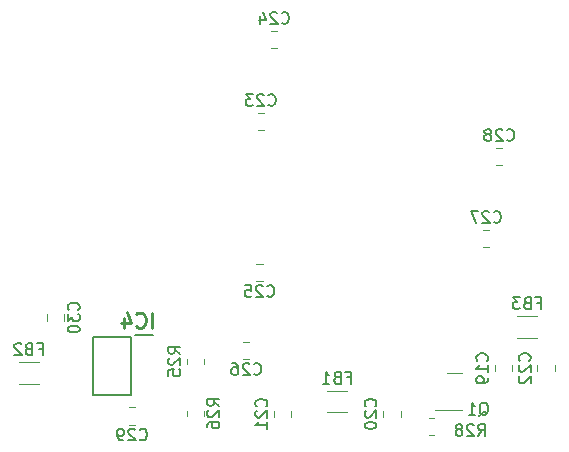
<source format=gbr>
%TF.GenerationSoftware,KiCad,Pcbnew,(7.0.0)*%
%TF.CreationDate,2023-07-09T18:50:50+02:00*%
%TF.ProjectId,Differential_Probe,44696666-6572-4656-9e74-69616c5f5072,rev?*%
%TF.SameCoordinates,Original*%
%TF.FileFunction,Legend,Bot*%
%TF.FilePolarity,Positive*%
%FSLAX46Y46*%
G04 Gerber Fmt 4.6, Leading zero omitted, Abs format (unit mm)*
G04 Created by KiCad (PCBNEW (7.0.0)) date 2023-07-09 18:50:50*
%MOMM*%
%LPD*%
G01*
G04 APERTURE LIST*
%ADD10C,0.150000*%
%ADD11C,0.254000*%
%ADD12C,0.120000*%
%ADD13C,0.200000*%
G04 APERTURE END LIST*
D10*
%TO.C,FB1*%
X181883333Y-105118571D02*
X182216666Y-105118571D01*
X182216666Y-105642380D02*
X182216666Y-104642380D01*
X182216666Y-104642380D02*
X181740476Y-104642380D01*
X181026190Y-105118571D02*
X180883333Y-105166190D01*
X180883333Y-105166190D02*
X180835714Y-105213809D01*
X180835714Y-105213809D02*
X180788095Y-105309047D01*
X180788095Y-105309047D02*
X180788095Y-105451904D01*
X180788095Y-105451904D02*
X180835714Y-105547142D01*
X180835714Y-105547142D02*
X180883333Y-105594761D01*
X180883333Y-105594761D02*
X180978571Y-105642380D01*
X180978571Y-105642380D02*
X181359523Y-105642380D01*
X181359523Y-105642380D02*
X181359523Y-104642380D01*
X181359523Y-104642380D02*
X181026190Y-104642380D01*
X181026190Y-104642380D02*
X180930952Y-104690000D01*
X180930952Y-104690000D02*
X180883333Y-104737619D01*
X180883333Y-104737619D02*
X180835714Y-104832857D01*
X180835714Y-104832857D02*
X180835714Y-104928095D01*
X180835714Y-104928095D02*
X180883333Y-105023333D01*
X180883333Y-105023333D02*
X180930952Y-105070952D01*
X180930952Y-105070952D02*
X181026190Y-105118571D01*
X181026190Y-105118571D02*
X181359523Y-105118571D01*
X179835714Y-105642380D02*
X180407142Y-105642380D01*
X180121428Y-105642380D02*
X180121428Y-104642380D01*
X180121428Y-104642380D02*
X180216666Y-104785238D01*
X180216666Y-104785238D02*
X180311904Y-104880476D01*
X180311904Y-104880476D02*
X180407142Y-104928095D01*
%TO.C,R28*%
X192992857Y-110067380D02*
X193326190Y-109591190D01*
X193564285Y-110067380D02*
X193564285Y-109067380D01*
X193564285Y-109067380D02*
X193183333Y-109067380D01*
X193183333Y-109067380D02*
X193088095Y-109115000D01*
X193088095Y-109115000D02*
X193040476Y-109162619D01*
X193040476Y-109162619D02*
X192992857Y-109257857D01*
X192992857Y-109257857D02*
X192992857Y-109400714D01*
X192992857Y-109400714D02*
X193040476Y-109495952D01*
X193040476Y-109495952D02*
X193088095Y-109543571D01*
X193088095Y-109543571D02*
X193183333Y-109591190D01*
X193183333Y-109591190D02*
X193564285Y-109591190D01*
X192611904Y-109162619D02*
X192564285Y-109115000D01*
X192564285Y-109115000D02*
X192469047Y-109067380D01*
X192469047Y-109067380D02*
X192230952Y-109067380D01*
X192230952Y-109067380D02*
X192135714Y-109115000D01*
X192135714Y-109115000D02*
X192088095Y-109162619D01*
X192088095Y-109162619D02*
X192040476Y-109257857D01*
X192040476Y-109257857D02*
X192040476Y-109353095D01*
X192040476Y-109353095D02*
X192088095Y-109495952D01*
X192088095Y-109495952D02*
X192659523Y-110067380D01*
X192659523Y-110067380D02*
X192040476Y-110067380D01*
X191469047Y-109495952D02*
X191564285Y-109448333D01*
X191564285Y-109448333D02*
X191611904Y-109400714D01*
X191611904Y-109400714D02*
X191659523Y-109305476D01*
X191659523Y-109305476D02*
X191659523Y-109257857D01*
X191659523Y-109257857D02*
X191611904Y-109162619D01*
X191611904Y-109162619D02*
X191564285Y-109115000D01*
X191564285Y-109115000D02*
X191469047Y-109067380D01*
X191469047Y-109067380D02*
X191278571Y-109067380D01*
X191278571Y-109067380D02*
X191183333Y-109115000D01*
X191183333Y-109115000D02*
X191135714Y-109162619D01*
X191135714Y-109162619D02*
X191088095Y-109257857D01*
X191088095Y-109257857D02*
X191088095Y-109305476D01*
X191088095Y-109305476D02*
X191135714Y-109400714D01*
X191135714Y-109400714D02*
X191183333Y-109448333D01*
X191183333Y-109448333D02*
X191278571Y-109495952D01*
X191278571Y-109495952D02*
X191469047Y-109495952D01*
X191469047Y-109495952D02*
X191564285Y-109543571D01*
X191564285Y-109543571D02*
X191611904Y-109591190D01*
X191611904Y-109591190D02*
X191659523Y-109686428D01*
X191659523Y-109686428D02*
X191659523Y-109876904D01*
X191659523Y-109876904D02*
X191611904Y-109972142D01*
X191611904Y-109972142D02*
X191564285Y-110019761D01*
X191564285Y-110019761D02*
X191469047Y-110067380D01*
X191469047Y-110067380D02*
X191278571Y-110067380D01*
X191278571Y-110067380D02*
X191183333Y-110019761D01*
X191183333Y-110019761D02*
X191135714Y-109972142D01*
X191135714Y-109972142D02*
X191088095Y-109876904D01*
X191088095Y-109876904D02*
X191088095Y-109686428D01*
X191088095Y-109686428D02*
X191135714Y-109591190D01*
X191135714Y-109591190D02*
X191183333Y-109543571D01*
X191183333Y-109543571D02*
X191278571Y-109495952D01*
%TO.C,C23*%
X175230357Y-82042142D02*
X175277976Y-82089761D01*
X175277976Y-82089761D02*
X175420833Y-82137380D01*
X175420833Y-82137380D02*
X175516071Y-82137380D01*
X175516071Y-82137380D02*
X175658928Y-82089761D01*
X175658928Y-82089761D02*
X175754166Y-81994523D01*
X175754166Y-81994523D02*
X175801785Y-81899285D01*
X175801785Y-81899285D02*
X175849404Y-81708809D01*
X175849404Y-81708809D02*
X175849404Y-81565952D01*
X175849404Y-81565952D02*
X175801785Y-81375476D01*
X175801785Y-81375476D02*
X175754166Y-81280238D01*
X175754166Y-81280238D02*
X175658928Y-81185000D01*
X175658928Y-81185000D02*
X175516071Y-81137380D01*
X175516071Y-81137380D02*
X175420833Y-81137380D01*
X175420833Y-81137380D02*
X175277976Y-81185000D01*
X175277976Y-81185000D02*
X175230357Y-81232619D01*
X174849404Y-81232619D02*
X174801785Y-81185000D01*
X174801785Y-81185000D02*
X174706547Y-81137380D01*
X174706547Y-81137380D02*
X174468452Y-81137380D01*
X174468452Y-81137380D02*
X174373214Y-81185000D01*
X174373214Y-81185000D02*
X174325595Y-81232619D01*
X174325595Y-81232619D02*
X174277976Y-81327857D01*
X174277976Y-81327857D02*
X174277976Y-81423095D01*
X174277976Y-81423095D02*
X174325595Y-81565952D01*
X174325595Y-81565952D02*
X174897023Y-82137380D01*
X174897023Y-82137380D02*
X174277976Y-82137380D01*
X173944642Y-81137380D02*
X173325595Y-81137380D01*
X173325595Y-81137380D02*
X173658928Y-81518333D01*
X173658928Y-81518333D02*
X173516071Y-81518333D01*
X173516071Y-81518333D02*
X173420833Y-81565952D01*
X173420833Y-81565952D02*
X173373214Y-81613571D01*
X173373214Y-81613571D02*
X173325595Y-81708809D01*
X173325595Y-81708809D02*
X173325595Y-81946904D01*
X173325595Y-81946904D02*
X173373214Y-82042142D01*
X173373214Y-82042142D02*
X173420833Y-82089761D01*
X173420833Y-82089761D02*
X173516071Y-82137380D01*
X173516071Y-82137380D02*
X173801785Y-82137380D01*
X173801785Y-82137380D02*
X173897023Y-82089761D01*
X173897023Y-82089761D02*
X173944642Y-82042142D01*
D11*
%TO.C,IC4*%
X165389762Y-100916573D02*
X165389762Y-99646573D01*
X164059285Y-100795621D02*
X164119761Y-100856097D01*
X164119761Y-100856097D02*
X164301190Y-100916573D01*
X164301190Y-100916573D02*
X164422142Y-100916573D01*
X164422142Y-100916573D02*
X164603571Y-100856097D01*
X164603571Y-100856097D02*
X164724523Y-100735145D01*
X164724523Y-100735145D02*
X164785000Y-100614192D01*
X164785000Y-100614192D02*
X164845476Y-100372288D01*
X164845476Y-100372288D02*
X164845476Y-100190859D01*
X164845476Y-100190859D02*
X164785000Y-99948954D01*
X164785000Y-99948954D02*
X164724523Y-99828002D01*
X164724523Y-99828002D02*
X164603571Y-99707050D01*
X164603571Y-99707050D02*
X164422142Y-99646573D01*
X164422142Y-99646573D02*
X164301190Y-99646573D01*
X164301190Y-99646573D02*
X164119761Y-99707050D01*
X164119761Y-99707050D02*
X164059285Y-99767526D01*
X162970714Y-100069907D02*
X162970714Y-100916573D01*
X163273095Y-99586097D02*
X163575476Y-100493240D01*
X163575476Y-100493240D02*
X162789285Y-100493240D01*
D10*
%TO.C,C29*%
X164327357Y-110352142D02*
X164374976Y-110399761D01*
X164374976Y-110399761D02*
X164517833Y-110447380D01*
X164517833Y-110447380D02*
X164613071Y-110447380D01*
X164613071Y-110447380D02*
X164755928Y-110399761D01*
X164755928Y-110399761D02*
X164851166Y-110304523D01*
X164851166Y-110304523D02*
X164898785Y-110209285D01*
X164898785Y-110209285D02*
X164946404Y-110018809D01*
X164946404Y-110018809D02*
X164946404Y-109875952D01*
X164946404Y-109875952D02*
X164898785Y-109685476D01*
X164898785Y-109685476D02*
X164851166Y-109590238D01*
X164851166Y-109590238D02*
X164755928Y-109495000D01*
X164755928Y-109495000D02*
X164613071Y-109447380D01*
X164613071Y-109447380D02*
X164517833Y-109447380D01*
X164517833Y-109447380D02*
X164374976Y-109495000D01*
X164374976Y-109495000D02*
X164327357Y-109542619D01*
X163946404Y-109542619D02*
X163898785Y-109495000D01*
X163898785Y-109495000D02*
X163803547Y-109447380D01*
X163803547Y-109447380D02*
X163565452Y-109447380D01*
X163565452Y-109447380D02*
X163470214Y-109495000D01*
X163470214Y-109495000D02*
X163422595Y-109542619D01*
X163422595Y-109542619D02*
X163374976Y-109637857D01*
X163374976Y-109637857D02*
X163374976Y-109733095D01*
X163374976Y-109733095D02*
X163422595Y-109875952D01*
X163422595Y-109875952D02*
X163994023Y-110447380D01*
X163994023Y-110447380D02*
X163374976Y-110447380D01*
X162898785Y-110447380D02*
X162708309Y-110447380D01*
X162708309Y-110447380D02*
X162613071Y-110399761D01*
X162613071Y-110399761D02*
X162565452Y-110352142D01*
X162565452Y-110352142D02*
X162470214Y-110209285D01*
X162470214Y-110209285D02*
X162422595Y-110018809D01*
X162422595Y-110018809D02*
X162422595Y-109637857D01*
X162422595Y-109637857D02*
X162470214Y-109542619D01*
X162470214Y-109542619D02*
X162517833Y-109495000D01*
X162517833Y-109495000D02*
X162613071Y-109447380D01*
X162613071Y-109447380D02*
X162803547Y-109447380D01*
X162803547Y-109447380D02*
X162898785Y-109495000D01*
X162898785Y-109495000D02*
X162946404Y-109542619D01*
X162946404Y-109542619D02*
X162994023Y-109637857D01*
X162994023Y-109637857D02*
X162994023Y-109875952D01*
X162994023Y-109875952D02*
X162946404Y-109971190D01*
X162946404Y-109971190D02*
X162898785Y-110018809D01*
X162898785Y-110018809D02*
X162803547Y-110066428D01*
X162803547Y-110066428D02*
X162613071Y-110066428D01*
X162613071Y-110066428D02*
X162517833Y-110018809D01*
X162517833Y-110018809D02*
X162470214Y-109971190D01*
X162470214Y-109971190D02*
X162422595Y-109875952D01*
%TO.C,R25*%
X167767380Y-103107142D02*
X167291190Y-102773809D01*
X167767380Y-102535714D02*
X166767380Y-102535714D01*
X166767380Y-102535714D02*
X166767380Y-102916666D01*
X166767380Y-102916666D02*
X166815000Y-103011904D01*
X166815000Y-103011904D02*
X166862619Y-103059523D01*
X166862619Y-103059523D02*
X166957857Y-103107142D01*
X166957857Y-103107142D02*
X167100714Y-103107142D01*
X167100714Y-103107142D02*
X167195952Y-103059523D01*
X167195952Y-103059523D02*
X167243571Y-103011904D01*
X167243571Y-103011904D02*
X167291190Y-102916666D01*
X167291190Y-102916666D02*
X167291190Y-102535714D01*
X166862619Y-103488095D02*
X166815000Y-103535714D01*
X166815000Y-103535714D02*
X166767380Y-103630952D01*
X166767380Y-103630952D02*
X166767380Y-103869047D01*
X166767380Y-103869047D02*
X166815000Y-103964285D01*
X166815000Y-103964285D02*
X166862619Y-104011904D01*
X166862619Y-104011904D02*
X166957857Y-104059523D01*
X166957857Y-104059523D02*
X167053095Y-104059523D01*
X167053095Y-104059523D02*
X167195952Y-104011904D01*
X167195952Y-104011904D02*
X167767380Y-103440476D01*
X167767380Y-103440476D02*
X167767380Y-104059523D01*
X166767380Y-104964285D02*
X166767380Y-104488095D01*
X166767380Y-104488095D02*
X167243571Y-104440476D01*
X167243571Y-104440476D02*
X167195952Y-104488095D01*
X167195952Y-104488095D02*
X167148333Y-104583333D01*
X167148333Y-104583333D02*
X167148333Y-104821428D01*
X167148333Y-104821428D02*
X167195952Y-104916666D01*
X167195952Y-104916666D02*
X167243571Y-104964285D01*
X167243571Y-104964285D02*
X167338809Y-105011904D01*
X167338809Y-105011904D02*
X167576904Y-105011904D01*
X167576904Y-105011904D02*
X167672142Y-104964285D01*
X167672142Y-104964285D02*
X167719761Y-104916666D01*
X167719761Y-104916666D02*
X167767380Y-104821428D01*
X167767380Y-104821428D02*
X167767380Y-104583333D01*
X167767380Y-104583333D02*
X167719761Y-104488095D01*
X167719761Y-104488095D02*
X167672142Y-104440476D01*
%TO.C,C26*%
X174005357Y-104802142D02*
X174052976Y-104849761D01*
X174052976Y-104849761D02*
X174195833Y-104897380D01*
X174195833Y-104897380D02*
X174291071Y-104897380D01*
X174291071Y-104897380D02*
X174433928Y-104849761D01*
X174433928Y-104849761D02*
X174529166Y-104754523D01*
X174529166Y-104754523D02*
X174576785Y-104659285D01*
X174576785Y-104659285D02*
X174624404Y-104468809D01*
X174624404Y-104468809D02*
X174624404Y-104325952D01*
X174624404Y-104325952D02*
X174576785Y-104135476D01*
X174576785Y-104135476D02*
X174529166Y-104040238D01*
X174529166Y-104040238D02*
X174433928Y-103945000D01*
X174433928Y-103945000D02*
X174291071Y-103897380D01*
X174291071Y-103897380D02*
X174195833Y-103897380D01*
X174195833Y-103897380D02*
X174052976Y-103945000D01*
X174052976Y-103945000D02*
X174005357Y-103992619D01*
X173624404Y-103992619D02*
X173576785Y-103945000D01*
X173576785Y-103945000D02*
X173481547Y-103897380D01*
X173481547Y-103897380D02*
X173243452Y-103897380D01*
X173243452Y-103897380D02*
X173148214Y-103945000D01*
X173148214Y-103945000D02*
X173100595Y-103992619D01*
X173100595Y-103992619D02*
X173052976Y-104087857D01*
X173052976Y-104087857D02*
X173052976Y-104183095D01*
X173052976Y-104183095D02*
X173100595Y-104325952D01*
X173100595Y-104325952D02*
X173672023Y-104897380D01*
X173672023Y-104897380D02*
X173052976Y-104897380D01*
X172195833Y-103897380D02*
X172386309Y-103897380D01*
X172386309Y-103897380D02*
X172481547Y-103945000D01*
X172481547Y-103945000D02*
X172529166Y-103992619D01*
X172529166Y-103992619D02*
X172624404Y-104135476D01*
X172624404Y-104135476D02*
X172672023Y-104325952D01*
X172672023Y-104325952D02*
X172672023Y-104706904D01*
X172672023Y-104706904D02*
X172624404Y-104802142D01*
X172624404Y-104802142D02*
X172576785Y-104849761D01*
X172576785Y-104849761D02*
X172481547Y-104897380D01*
X172481547Y-104897380D02*
X172291071Y-104897380D01*
X172291071Y-104897380D02*
X172195833Y-104849761D01*
X172195833Y-104849761D02*
X172148214Y-104802142D01*
X172148214Y-104802142D02*
X172100595Y-104706904D01*
X172100595Y-104706904D02*
X172100595Y-104468809D01*
X172100595Y-104468809D02*
X172148214Y-104373571D01*
X172148214Y-104373571D02*
X172195833Y-104325952D01*
X172195833Y-104325952D02*
X172291071Y-104278333D01*
X172291071Y-104278333D02*
X172481547Y-104278333D01*
X172481547Y-104278333D02*
X172576785Y-104325952D01*
X172576785Y-104325952D02*
X172624404Y-104373571D01*
X172624404Y-104373571D02*
X172672023Y-104468809D01*
%TO.C,C22*%
X197342142Y-103707142D02*
X197389761Y-103659523D01*
X197389761Y-103659523D02*
X197437380Y-103516666D01*
X197437380Y-103516666D02*
X197437380Y-103421428D01*
X197437380Y-103421428D02*
X197389761Y-103278571D01*
X197389761Y-103278571D02*
X197294523Y-103183333D01*
X197294523Y-103183333D02*
X197199285Y-103135714D01*
X197199285Y-103135714D02*
X197008809Y-103088095D01*
X197008809Y-103088095D02*
X196865952Y-103088095D01*
X196865952Y-103088095D02*
X196675476Y-103135714D01*
X196675476Y-103135714D02*
X196580238Y-103183333D01*
X196580238Y-103183333D02*
X196485000Y-103278571D01*
X196485000Y-103278571D02*
X196437380Y-103421428D01*
X196437380Y-103421428D02*
X196437380Y-103516666D01*
X196437380Y-103516666D02*
X196485000Y-103659523D01*
X196485000Y-103659523D02*
X196532619Y-103707142D01*
X196532619Y-104088095D02*
X196485000Y-104135714D01*
X196485000Y-104135714D02*
X196437380Y-104230952D01*
X196437380Y-104230952D02*
X196437380Y-104469047D01*
X196437380Y-104469047D02*
X196485000Y-104564285D01*
X196485000Y-104564285D02*
X196532619Y-104611904D01*
X196532619Y-104611904D02*
X196627857Y-104659523D01*
X196627857Y-104659523D02*
X196723095Y-104659523D01*
X196723095Y-104659523D02*
X196865952Y-104611904D01*
X196865952Y-104611904D02*
X197437380Y-104040476D01*
X197437380Y-104040476D02*
X197437380Y-104659523D01*
X196532619Y-105040476D02*
X196485000Y-105088095D01*
X196485000Y-105088095D02*
X196437380Y-105183333D01*
X196437380Y-105183333D02*
X196437380Y-105421428D01*
X196437380Y-105421428D02*
X196485000Y-105516666D01*
X196485000Y-105516666D02*
X196532619Y-105564285D01*
X196532619Y-105564285D02*
X196627857Y-105611904D01*
X196627857Y-105611904D02*
X196723095Y-105611904D01*
X196723095Y-105611904D02*
X196865952Y-105564285D01*
X196865952Y-105564285D02*
X197437380Y-104992857D01*
X197437380Y-104992857D02*
X197437380Y-105611904D01*
%TO.C,C30*%
X159152142Y-99407142D02*
X159199761Y-99359523D01*
X159199761Y-99359523D02*
X159247380Y-99216666D01*
X159247380Y-99216666D02*
X159247380Y-99121428D01*
X159247380Y-99121428D02*
X159199761Y-98978571D01*
X159199761Y-98978571D02*
X159104523Y-98883333D01*
X159104523Y-98883333D02*
X159009285Y-98835714D01*
X159009285Y-98835714D02*
X158818809Y-98788095D01*
X158818809Y-98788095D02*
X158675952Y-98788095D01*
X158675952Y-98788095D02*
X158485476Y-98835714D01*
X158485476Y-98835714D02*
X158390238Y-98883333D01*
X158390238Y-98883333D02*
X158295000Y-98978571D01*
X158295000Y-98978571D02*
X158247380Y-99121428D01*
X158247380Y-99121428D02*
X158247380Y-99216666D01*
X158247380Y-99216666D02*
X158295000Y-99359523D01*
X158295000Y-99359523D02*
X158342619Y-99407142D01*
X158247380Y-99740476D02*
X158247380Y-100359523D01*
X158247380Y-100359523D02*
X158628333Y-100026190D01*
X158628333Y-100026190D02*
X158628333Y-100169047D01*
X158628333Y-100169047D02*
X158675952Y-100264285D01*
X158675952Y-100264285D02*
X158723571Y-100311904D01*
X158723571Y-100311904D02*
X158818809Y-100359523D01*
X158818809Y-100359523D02*
X159056904Y-100359523D01*
X159056904Y-100359523D02*
X159152142Y-100311904D01*
X159152142Y-100311904D02*
X159199761Y-100264285D01*
X159199761Y-100264285D02*
X159247380Y-100169047D01*
X159247380Y-100169047D02*
X159247380Y-99883333D01*
X159247380Y-99883333D02*
X159199761Y-99788095D01*
X159199761Y-99788095D02*
X159152142Y-99740476D01*
X158247380Y-100978571D02*
X158247380Y-101073809D01*
X158247380Y-101073809D02*
X158295000Y-101169047D01*
X158295000Y-101169047D02*
X158342619Y-101216666D01*
X158342619Y-101216666D02*
X158437857Y-101264285D01*
X158437857Y-101264285D02*
X158628333Y-101311904D01*
X158628333Y-101311904D02*
X158866428Y-101311904D01*
X158866428Y-101311904D02*
X159056904Y-101264285D01*
X159056904Y-101264285D02*
X159152142Y-101216666D01*
X159152142Y-101216666D02*
X159199761Y-101169047D01*
X159199761Y-101169047D02*
X159247380Y-101073809D01*
X159247380Y-101073809D02*
X159247380Y-100978571D01*
X159247380Y-100978571D02*
X159199761Y-100883333D01*
X159199761Y-100883333D02*
X159152142Y-100835714D01*
X159152142Y-100835714D02*
X159056904Y-100788095D01*
X159056904Y-100788095D02*
X158866428Y-100740476D01*
X158866428Y-100740476D02*
X158628333Y-100740476D01*
X158628333Y-100740476D02*
X158437857Y-100788095D01*
X158437857Y-100788095D02*
X158342619Y-100835714D01*
X158342619Y-100835714D02*
X158295000Y-100883333D01*
X158295000Y-100883333D02*
X158247380Y-100978571D01*
%TO.C,C25*%
X175130357Y-98202142D02*
X175177976Y-98249761D01*
X175177976Y-98249761D02*
X175320833Y-98297380D01*
X175320833Y-98297380D02*
X175416071Y-98297380D01*
X175416071Y-98297380D02*
X175558928Y-98249761D01*
X175558928Y-98249761D02*
X175654166Y-98154523D01*
X175654166Y-98154523D02*
X175701785Y-98059285D01*
X175701785Y-98059285D02*
X175749404Y-97868809D01*
X175749404Y-97868809D02*
X175749404Y-97725952D01*
X175749404Y-97725952D02*
X175701785Y-97535476D01*
X175701785Y-97535476D02*
X175654166Y-97440238D01*
X175654166Y-97440238D02*
X175558928Y-97345000D01*
X175558928Y-97345000D02*
X175416071Y-97297380D01*
X175416071Y-97297380D02*
X175320833Y-97297380D01*
X175320833Y-97297380D02*
X175177976Y-97345000D01*
X175177976Y-97345000D02*
X175130357Y-97392619D01*
X174749404Y-97392619D02*
X174701785Y-97345000D01*
X174701785Y-97345000D02*
X174606547Y-97297380D01*
X174606547Y-97297380D02*
X174368452Y-97297380D01*
X174368452Y-97297380D02*
X174273214Y-97345000D01*
X174273214Y-97345000D02*
X174225595Y-97392619D01*
X174225595Y-97392619D02*
X174177976Y-97487857D01*
X174177976Y-97487857D02*
X174177976Y-97583095D01*
X174177976Y-97583095D02*
X174225595Y-97725952D01*
X174225595Y-97725952D02*
X174797023Y-98297380D01*
X174797023Y-98297380D02*
X174177976Y-98297380D01*
X173273214Y-97297380D02*
X173749404Y-97297380D01*
X173749404Y-97297380D02*
X173797023Y-97773571D01*
X173797023Y-97773571D02*
X173749404Y-97725952D01*
X173749404Y-97725952D02*
X173654166Y-97678333D01*
X173654166Y-97678333D02*
X173416071Y-97678333D01*
X173416071Y-97678333D02*
X173320833Y-97725952D01*
X173320833Y-97725952D02*
X173273214Y-97773571D01*
X173273214Y-97773571D02*
X173225595Y-97868809D01*
X173225595Y-97868809D02*
X173225595Y-98106904D01*
X173225595Y-98106904D02*
X173273214Y-98202142D01*
X173273214Y-98202142D02*
X173320833Y-98249761D01*
X173320833Y-98249761D02*
X173416071Y-98297380D01*
X173416071Y-98297380D02*
X173654166Y-98297380D01*
X173654166Y-98297380D02*
X173749404Y-98249761D01*
X173749404Y-98249761D02*
X173797023Y-98202142D01*
%TO.C,C20*%
X184292142Y-107569642D02*
X184339761Y-107522023D01*
X184339761Y-107522023D02*
X184387380Y-107379166D01*
X184387380Y-107379166D02*
X184387380Y-107283928D01*
X184387380Y-107283928D02*
X184339761Y-107141071D01*
X184339761Y-107141071D02*
X184244523Y-107045833D01*
X184244523Y-107045833D02*
X184149285Y-106998214D01*
X184149285Y-106998214D02*
X183958809Y-106950595D01*
X183958809Y-106950595D02*
X183815952Y-106950595D01*
X183815952Y-106950595D02*
X183625476Y-106998214D01*
X183625476Y-106998214D02*
X183530238Y-107045833D01*
X183530238Y-107045833D02*
X183435000Y-107141071D01*
X183435000Y-107141071D02*
X183387380Y-107283928D01*
X183387380Y-107283928D02*
X183387380Y-107379166D01*
X183387380Y-107379166D02*
X183435000Y-107522023D01*
X183435000Y-107522023D02*
X183482619Y-107569642D01*
X183482619Y-107950595D02*
X183435000Y-107998214D01*
X183435000Y-107998214D02*
X183387380Y-108093452D01*
X183387380Y-108093452D02*
X183387380Y-108331547D01*
X183387380Y-108331547D02*
X183435000Y-108426785D01*
X183435000Y-108426785D02*
X183482619Y-108474404D01*
X183482619Y-108474404D02*
X183577857Y-108522023D01*
X183577857Y-108522023D02*
X183673095Y-108522023D01*
X183673095Y-108522023D02*
X183815952Y-108474404D01*
X183815952Y-108474404D02*
X184387380Y-107902976D01*
X184387380Y-107902976D02*
X184387380Y-108522023D01*
X183387380Y-109141071D02*
X183387380Y-109236309D01*
X183387380Y-109236309D02*
X183435000Y-109331547D01*
X183435000Y-109331547D02*
X183482619Y-109379166D01*
X183482619Y-109379166D02*
X183577857Y-109426785D01*
X183577857Y-109426785D02*
X183768333Y-109474404D01*
X183768333Y-109474404D02*
X184006428Y-109474404D01*
X184006428Y-109474404D02*
X184196904Y-109426785D01*
X184196904Y-109426785D02*
X184292142Y-109379166D01*
X184292142Y-109379166D02*
X184339761Y-109331547D01*
X184339761Y-109331547D02*
X184387380Y-109236309D01*
X184387380Y-109236309D02*
X184387380Y-109141071D01*
X184387380Y-109141071D02*
X184339761Y-109045833D01*
X184339761Y-109045833D02*
X184292142Y-108998214D01*
X184292142Y-108998214D02*
X184196904Y-108950595D01*
X184196904Y-108950595D02*
X184006428Y-108902976D01*
X184006428Y-108902976D02*
X183768333Y-108902976D01*
X183768333Y-108902976D02*
X183577857Y-108950595D01*
X183577857Y-108950595D02*
X183482619Y-108998214D01*
X183482619Y-108998214D02*
X183435000Y-109045833D01*
X183435000Y-109045833D02*
X183387380Y-109141071D01*
%TO.C,Q1*%
X193095238Y-108362619D02*
X193190476Y-108315000D01*
X193190476Y-108315000D02*
X193285714Y-108219761D01*
X193285714Y-108219761D02*
X193428571Y-108076904D01*
X193428571Y-108076904D02*
X193523809Y-108029285D01*
X193523809Y-108029285D02*
X193619047Y-108029285D01*
X193571428Y-108267380D02*
X193666666Y-108219761D01*
X193666666Y-108219761D02*
X193761904Y-108124523D01*
X193761904Y-108124523D02*
X193809523Y-107934047D01*
X193809523Y-107934047D02*
X193809523Y-107600714D01*
X193809523Y-107600714D02*
X193761904Y-107410238D01*
X193761904Y-107410238D02*
X193666666Y-107315000D01*
X193666666Y-107315000D02*
X193571428Y-107267380D01*
X193571428Y-107267380D02*
X193380952Y-107267380D01*
X193380952Y-107267380D02*
X193285714Y-107315000D01*
X193285714Y-107315000D02*
X193190476Y-107410238D01*
X193190476Y-107410238D02*
X193142857Y-107600714D01*
X193142857Y-107600714D02*
X193142857Y-107934047D01*
X193142857Y-107934047D02*
X193190476Y-108124523D01*
X193190476Y-108124523D02*
X193285714Y-108219761D01*
X193285714Y-108219761D02*
X193380952Y-108267380D01*
X193380952Y-108267380D02*
X193571428Y-108267380D01*
X192190476Y-108267380D02*
X192761904Y-108267380D01*
X192476190Y-108267380D02*
X192476190Y-107267380D01*
X192476190Y-107267380D02*
X192571428Y-107410238D01*
X192571428Y-107410238D02*
X192666666Y-107505476D01*
X192666666Y-107505476D02*
X192761904Y-107553095D01*
%TO.C,FB2*%
X155783333Y-102693571D02*
X156116666Y-102693571D01*
X156116666Y-103217380D02*
X156116666Y-102217380D01*
X156116666Y-102217380D02*
X155640476Y-102217380D01*
X154926190Y-102693571D02*
X154783333Y-102741190D01*
X154783333Y-102741190D02*
X154735714Y-102788809D01*
X154735714Y-102788809D02*
X154688095Y-102884047D01*
X154688095Y-102884047D02*
X154688095Y-103026904D01*
X154688095Y-103026904D02*
X154735714Y-103122142D01*
X154735714Y-103122142D02*
X154783333Y-103169761D01*
X154783333Y-103169761D02*
X154878571Y-103217380D01*
X154878571Y-103217380D02*
X155259523Y-103217380D01*
X155259523Y-103217380D02*
X155259523Y-102217380D01*
X155259523Y-102217380D02*
X154926190Y-102217380D01*
X154926190Y-102217380D02*
X154830952Y-102265000D01*
X154830952Y-102265000D02*
X154783333Y-102312619D01*
X154783333Y-102312619D02*
X154735714Y-102407857D01*
X154735714Y-102407857D02*
X154735714Y-102503095D01*
X154735714Y-102503095D02*
X154783333Y-102598333D01*
X154783333Y-102598333D02*
X154830952Y-102645952D01*
X154830952Y-102645952D02*
X154926190Y-102693571D01*
X154926190Y-102693571D02*
X155259523Y-102693571D01*
X154307142Y-102312619D02*
X154259523Y-102265000D01*
X154259523Y-102265000D02*
X154164285Y-102217380D01*
X154164285Y-102217380D02*
X153926190Y-102217380D01*
X153926190Y-102217380D02*
X153830952Y-102265000D01*
X153830952Y-102265000D02*
X153783333Y-102312619D01*
X153783333Y-102312619D02*
X153735714Y-102407857D01*
X153735714Y-102407857D02*
X153735714Y-102503095D01*
X153735714Y-102503095D02*
X153783333Y-102645952D01*
X153783333Y-102645952D02*
X154354761Y-103217380D01*
X154354761Y-103217380D02*
X153735714Y-103217380D01*
%TO.C,C19*%
X193742142Y-103707142D02*
X193789761Y-103659523D01*
X193789761Y-103659523D02*
X193837380Y-103516666D01*
X193837380Y-103516666D02*
X193837380Y-103421428D01*
X193837380Y-103421428D02*
X193789761Y-103278571D01*
X193789761Y-103278571D02*
X193694523Y-103183333D01*
X193694523Y-103183333D02*
X193599285Y-103135714D01*
X193599285Y-103135714D02*
X193408809Y-103088095D01*
X193408809Y-103088095D02*
X193265952Y-103088095D01*
X193265952Y-103088095D02*
X193075476Y-103135714D01*
X193075476Y-103135714D02*
X192980238Y-103183333D01*
X192980238Y-103183333D02*
X192885000Y-103278571D01*
X192885000Y-103278571D02*
X192837380Y-103421428D01*
X192837380Y-103421428D02*
X192837380Y-103516666D01*
X192837380Y-103516666D02*
X192885000Y-103659523D01*
X192885000Y-103659523D02*
X192932619Y-103707142D01*
X193837380Y-104659523D02*
X193837380Y-104088095D01*
X193837380Y-104373809D02*
X192837380Y-104373809D01*
X192837380Y-104373809D02*
X192980238Y-104278571D01*
X192980238Y-104278571D02*
X193075476Y-104183333D01*
X193075476Y-104183333D02*
X193123095Y-104088095D01*
X193837380Y-105135714D02*
X193837380Y-105326190D01*
X193837380Y-105326190D02*
X193789761Y-105421428D01*
X193789761Y-105421428D02*
X193742142Y-105469047D01*
X193742142Y-105469047D02*
X193599285Y-105564285D01*
X193599285Y-105564285D02*
X193408809Y-105611904D01*
X193408809Y-105611904D02*
X193027857Y-105611904D01*
X193027857Y-105611904D02*
X192932619Y-105564285D01*
X192932619Y-105564285D02*
X192885000Y-105516666D01*
X192885000Y-105516666D02*
X192837380Y-105421428D01*
X192837380Y-105421428D02*
X192837380Y-105230952D01*
X192837380Y-105230952D02*
X192885000Y-105135714D01*
X192885000Y-105135714D02*
X192932619Y-105088095D01*
X192932619Y-105088095D02*
X193027857Y-105040476D01*
X193027857Y-105040476D02*
X193265952Y-105040476D01*
X193265952Y-105040476D02*
X193361190Y-105088095D01*
X193361190Y-105088095D02*
X193408809Y-105135714D01*
X193408809Y-105135714D02*
X193456428Y-105230952D01*
X193456428Y-105230952D02*
X193456428Y-105421428D01*
X193456428Y-105421428D02*
X193408809Y-105516666D01*
X193408809Y-105516666D02*
X193361190Y-105564285D01*
X193361190Y-105564285D02*
X193265952Y-105611904D01*
%TO.C,C24*%
X176355357Y-75092142D02*
X176402976Y-75139761D01*
X176402976Y-75139761D02*
X176545833Y-75187380D01*
X176545833Y-75187380D02*
X176641071Y-75187380D01*
X176641071Y-75187380D02*
X176783928Y-75139761D01*
X176783928Y-75139761D02*
X176879166Y-75044523D01*
X176879166Y-75044523D02*
X176926785Y-74949285D01*
X176926785Y-74949285D02*
X176974404Y-74758809D01*
X176974404Y-74758809D02*
X176974404Y-74615952D01*
X176974404Y-74615952D02*
X176926785Y-74425476D01*
X176926785Y-74425476D02*
X176879166Y-74330238D01*
X176879166Y-74330238D02*
X176783928Y-74235000D01*
X176783928Y-74235000D02*
X176641071Y-74187380D01*
X176641071Y-74187380D02*
X176545833Y-74187380D01*
X176545833Y-74187380D02*
X176402976Y-74235000D01*
X176402976Y-74235000D02*
X176355357Y-74282619D01*
X175974404Y-74282619D02*
X175926785Y-74235000D01*
X175926785Y-74235000D02*
X175831547Y-74187380D01*
X175831547Y-74187380D02*
X175593452Y-74187380D01*
X175593452Y-74187380D02*
X175498214Y-74235000D01*
X175498214Y-74235000D02*
X175450595Y-74282619D01*
X175450595Y-74282619D02*
X175402976Y-74377857D01*
X175402976Y-74377857D02*
X175402976Y-74473095D01*
X175402976Y-74473095D02*
X175450595Y-74615952D01*
X175450595Y-74615952D02*
X176022023Y-75187380D01*
X176022023Y-75187380D02*
X175402976Y-75187380D01*
X174545833Y-74520714D02*
X174545833Y-75187380D01*
X174783928Y-74139761D02*
X175022023Y-74854047D01*
X175022023Y-74854047D02*
X174402976Y-74854047D01*
%TO.C,C27*%
X194305357Y-91942142D02*
X194352976Y-91989761D01*
X194352976Y-91989761D02*
X194495833Y-92037380D01*
X194495833Y-92037380D02*
X194591071Y-92037380D01*
X194591071Y-92037380D02*
X194733928Y-91989761D01*
X194733928Y-91989761D02*
X194829166Y-91894523D01*
X194829166Y-91894523D02*
X194876785Y-91799285D01*
X194876785Y-91799285D02*
X194924404Y-91608809D01*
X194924404Y-91608809D02*
X194924404Y-91465952D01*
X194924404Y-91465952D02*
X194876785Y-91275476D01*
X194876785Y-91275476D02*
X194829166Y-91180238D01*
X194829166Y-91180238D02*
X194733928Y-91085000D01*
X194733928Y-91085000D02*
X194591071Y-91037380D01*
X194591071Y-91037380D02*
X194495833Y-91037380D01*
X194495833Y-91037380D02*
X194352976Y-91085000D01*
X194352976Y-91085000D02*
X194305357Y-91132619D01*
X193924404Y-91132619D02*
X193876785Y-91085000D01*
X193876785Y-91085000D02*
X193781547Y-91037380D01*
X193781547Y-91037380D02*
X193543452Y-91037380D01*
X193543452Y-91037380D02*
X193448214Y-91085000D01*
X193448214Y-91085000D02*
X193400595Y-91132619D01*
X193400595Y-91132619D02*
X193352976Y-91227857D01*
X193352976Y-91227857D02*
X193352976Y-91323095D01*
X193352976Y-91323095D02*
X193400595Y-91465952D01*
X193400595Y-91465952D02*
X193972023Y-92037380D01*
X193972023Y-92037380D02*
X193352976Y-92037380D01*
X193019642Y-91037380D02*
X192352976Y-91037380D01*
X192352976Y-91037380D02*
X192781547Y-92037380D01*
%TO.C,C28*%
X195430357Y-84992142D02*
X195477976Y-85039761D01*
X195477976Y-85039761D02*
X195620833Y-85087380D01*
X195620833Y-85087380D02*
X195716071Y-85087380D01*
X195716071Y-85087380D02*
X195858928Y-85039761D01*
X195858928Y-85039761D02*
X195954166Y-84944523D01*
X195954166Y-84944523D02*
X196001785Y-84849285D01*
X196001785Y-84849285D02*
X196049404Y-84658809D01*
X196049404Y-84658809D02*
X196049404Y-84515952D01*
X196049404Y-84515952D02*
X196001785Y-84325476D01*
X196001785Y-84325476D02*
X195954166Y-84230238D01*
X195954166Y-84230238D02*
X195858928Y-84135000D01*
X195858928Y-84135000D02*
X195716071Y-84087380D01*
X195716071Y-84087380D02*
X195620833Y-84087380D01*
X195620833Y-84087380D02*
X195477976Y-84135000D01*
X195477976Y-84135000D02*
X195430357Y-84182619D01*
X195049404Y-84182619D02*
X195001785Y-84135000D01*
X195001785Y-84135000D02*
X194906547Y-84087380D01*
X194906547Y-84087380D02*
X194668452Y-84087380D01*
X194668452Y-84087380D02*
X194573214Y-84135000D01*
X194573214Y-84135000D02*
X194525595Y-84182619D01*
X194525595Y-84182619D02*
X194477976Y-84277857D01*
X194477976Y-84277857D02*
X194477976Y-84373095D01*
X194477976Y-84373095D02*
X194525595Y-84515952D01*
X194525595Y-84515952D02*
X195097023Y-85087380D01*
X195097023Y-85087380D02*
X194477976Y-85087380D01*
X193906547Y-84515952D02*
X194001785Y-84468333D01*
X194001785Y-84468333D02*
X194049404Y-84420714D01*
X194049404Y-84420714D02*
X194097023Y-84325476D01*
X194097023Y-84325476D02*
X194097023Y-84277857D01*
X194097023Y-84277857D02*
X194049404Y-84182619D01*
X194049404Y-84182619D02*
X194001785Y-84135000D01*
X194001785Y-84135000D02*
X193906547Y-84087380D01*
X193906547Y-84087380D02*
X193716071Y-84087380D01*
X193716071Y-84087380D02*
X193620833Y-84135000D01*
X193620833Y-84135000D02*
X193573214Y-84182619D01*
X193573214Y-84182619D02*
X193525595Y-84277857D01*
X193525595Y-84277857D02*
X193525595Y-84325476D01*
X193525595Y-84325476D02*
X193573214Y-84420714D01*
X193573214Y-84420714D02*
X193620833Y-84468333D01*
X193620833Y-84468333D02*
X193716071Y-84515952D01*
X193716071Y-84515952D02*
X193906547Y-84515952D01*
X193906547Y-84515952D02*
X194001785Y-84563571D01*
X194001785Y-84563571D02*
X194049404Y-84611190D01*
X194049404Y-84611190D02*
X194097023Y-84706428D01*
X194097023Y-84706428D02*
X194097023Y-84896904D01*
X194097023Y-84896904D02*
X194049404Y-84992142D01*
X194049404Y-84992142D02*
X194001785Y-85039761D01*
X194001785Y-85039761D02*
X193906547Y-85087380D01*
X193906547Y-85087380D02*
X193716071Y-85087380D01*
X193716071Y-85087380D02*
X193620833Y-85039761D01*
X193620833Y-85039761D02*
X193573214Y-84992142D01*
X193573214Y-84992142D02*
X193525595Y-84896904D01*
X193525595Y-84896904D02*
X193525595Y-84706428D01*
X193525595Y-84706428D02*
X193573214Y-84611190D01*
X193573214Y-84611190D02*
X193620833Y-84563571D01*
X193620833Y-84563571D02*
X193716071Y-84515952D01*
%TO.C,FB3*%
X197983333Y-98793571D02*
X198316666Y-98793571D01*
X198316666Y-99317380D02*
X198316666Y-98317380D01*
X198316666Y-98317380D02*
X197840476Y-98317380D01*
X197126190Y-98793571D02*
X196983333Y-98841190D01*
X196983333Y-98841190D02*
X196935714Y-98888809D01*
X196935714Y-98888809D02*
X196888095Y-98984047D01*
X196888095Y-98984047D02*
X196888095Y-99126904D01*
X196888095Y-99126904D02*
X196935714Y-99222142D01*
X196935714Y-99222142D02*
X196983333Y-99269761D01*
X196983333Y-99269761D02*
X197078571Y-99317380D01*
X197078571Y-99317380D02*
X197459523Y-99317380D01*
X197459523Y-99317380D02*
X197459523Y-98317380D01*
X197459523Y-98317380D02*
X197126190Y-98317380D01*
X197126190Y-98317380D02*
X197030952Y-98365000D01*
X197030952Y-98365000D02*
X196983333Y-98412619D01*
X196983333Y-98412619D02*
X196935714Y-98507857D01*
X196935714Y-98507857D02*
X196935714Y-98603095D01*
X196935714Y-98603095D02*
X196983333Y-98698333D01*
X196983333Y-98698333D02*
X197030952Y-98745952D01*
X197030952Y-98745952D02*
X197126190Y-98793571D01*
X197126190Y-98793571D02*
X197459523Y-98793571D01*
X196554761Y-98317380D02*
X195935714Y-98317380D01*
X195935714Y-98317380D02*
X196269047Y-98698333D01*
X196269047Y-98698333D02*
X196126190Y-98698333D01*
X196126190Y-98698333D02*
X196030952Y-98745952D01*
X196030952Y-98745952D02*
X195983333Y-98793571D01*
X195983333Y-98793571D02*
X195935714Y-98888809D01*
X195935714Y-98888809D02*
X195935714Y-99126904D01*
X195935714Y-99126904D02*
X195983333Y-99222142D01*
X195983333Y-99222142D02*
X196030952Y-99269761D01*
X196030952Y-99269761D02*
X196126190Y-99317380D01*
X196126190Y-99317380D02*
X196411904Y-99317380D01*
X196411904Y-99317380D02*
X196507142Y-99269761D01*
X196507142Y-99269761D02*
X196554761Y-99222142D01*
%TO.C,C21*%
X175042142Y-107569642D02*
X175089761Y-107522023D01*
X175089761Y-107522023D02*
X175137380Y-107379166D01*
X175137380Y-107379166D02*
X175137380Y-107283928D01*
X175137380Y-107283928D02*
X175089761Y-107141071D01*
X175089761Y-107141071D02*
X174994523Y-107045833D01*
X174994523Y-107045833D02*
X174899285Y-106998214D01*
X174899285Y-106998214D02*
X174708809Y-106950595D01*
X174708809Y-106950595D02*
X174565952Y-106950595D01*
X174565952Y-106950595D02*
X174375476Y-106998214D01*
X174375476Y-106998214D02*
X174280238Y-107045833D01*
X174280238Y-107045833D02*
X174185000Y-107141071D01*
X174185000Y-107141071D02*
X174137380Y-107283928D01*
X174137380Y-107283928D02*
X174137380Y-107379166D01*
X174137380Y-107379166D02*
X174185000Y-107522023D01*
X174185000Y-107522023D02*
X174232619Y-107569642D01*
X174232619Y-107950595D02*
X174185000Y-107998214D01*
X174185000Y-107998214D02*
X174137380Y-108093452D01*
X174137380Y-108093452D02*
X174137380Y-108331547D01*
X174137380Y-108331547D02*
X174185000Y-108426785D01*
X174185000Y-108426785D02*
X174232619Y-108474404D01*
X174232619Y-108474404D02*
X174327857Y-108522023D01*
X174327857Y-108522023D02*
X174423095Y-108522023D01*
X174423095Y-108522023D02*
X174565952Y-108474404D01*
X174565952Y-108474404D02*
X175137380Y-107902976D01*
X175137380Y-107902976D02*
X175137380Y-108522023D01*
X175137380Y-109474404D02*
X175137380Y-108902976D01*
X175137380Y-109188690D02*
X174137380Y-109188690D01*
X174137380Y-109188690D02*
X174280238Y-109093452D01*
X174280238Y-109093452D02*
X174375476Y-108998214D01*
X174375476Y-108998214D02*
X174423095Y-108902976D01*
%TO.C,R26*%
X171067380Y-107532142D02*
X170591190Y-107198809D01*
X171067380Y-106960714D02*
X170067380Y-106960714D01*
X170067380Y-106960714D02*
X170067380Y-107341666D01*
X170067380Y-107341666D02*
X170115000Y-107436904D01*
X170115000Y-107436904D02*
X170162619Y-107484523D01*
X170162619Y-107484523D02*
X170257857Y-107532142D01*
X170257857Y-107532142D02*
X170400714Y-107532142D01*
X170400714Y-107532142D02*
X170495952Y-107484523D01*
X170495952Y-107484523D02*
X170543571Y-107436904D01*
X170543571Y-107436904D02*
X170591190Y-107341666D01*
X170591190Y-107341666D02*
X170591190Y-106960714D01*
X170162619Y-107913095D02*
X170115000Y-107960714D01*
X170115000Y-107960714D02*
X170067380Y-108055952D01*
X170067380Y-108055952D02*
X170067380Y-108294047D01*
X170067380Y-108294047D02*
X170115000Y-108389285D01*
X170115000Y-108389285D02*
X170162619Y-108436904D01*
X170162619Y-108436904D02*
X170257857Y-108484523D01*
X170257857Y-108484523D02*
X170353095Y-108484523D01*
X170353095Y-108484523D02*
X170495952Y-108436904D01*
X170495952Y-108436904D02*
X171067380Y-107865476D01*
X171067380Y-107865476D02*
X171067380Y-108484523D01*
X170067380Y-109341666D02*
X170067380Y-109151190D01*
X170067380Y-109151190D02*
X170115000Y-109055952D01*
X170115000Y-109055952D02*
X170162619Y-109008333D01*
X170162619Y-109008333D02*
X170305476Y-108913095D01*
X170305476Y-108913095D02*
X170495952Y-108865476D01*
X170495952Y-108865476D02*
X170876904Y-108865476D01*
X170876904Y-108865476D02*
X170972142Y-108913095D01*
X170972142Y-108913095D02*
X171019761Y-108960714D01*
X171019761Y-108960714D02*
X171067380Y-109055952D01*
X171067380Y-109055952D02*
X171067380Y-109246428D01*
X171067380Y-109246428D02*
X171019761Y-109341666D01*
X171019761Y-109341666D02*
X170972142Y-109389285D01*
X170972142Y-109389285D02*
X170876904Y-109436904D01*
X170876904Y-109436904D02*
X170638809Y-109436904D01*
X170638809Y-109436904D02*
X170543571Y-109389285D01*
X170543571Y-109389285D02*
X170495952Y-109341666D01*
X170495952Y-109341666D02*
X170448333Y-109246428D01*
X170448333Y-109246428D02*
X170448333Y-109055952D01*
X170448333Y-109055952D02*
X170495952Y-108960714D01*
X170495952Y-108960714D02*
X170543571Y-108913095D01*
X170543571Y-108913095D02*
X170638809Y-108865476D01*
D12*
%TO.C,FB1*%
X181885242Y-108085000D02*
X180214758Y-108085000D01*
X181885242Y-106265000D02*
X180214758Y-106265000D01*
%TO.C,R28*%
X189289564Y-109985000D02*
X188835436Y-109985000D01*
X189289564Y-108515000D02*
X188835436Y-108515000D01*
%TO.C,C23*%
X174848752Y-84185000D02*
X174326248Y-84185000D01*
X174848752Y-82715000D02*
X174326248Y-82715000D01*
D13*
%TO.C,IC4*%
X165486000Y-101535000D02*
X163959000Y-101535000D01*
X163609000Y-106567000D02*
X163609000Y-101663000D01*
X163609000Y-101663000D02*
X160413000Y-101663000D01*
X160413000Y-106567000D02*
X163609000Y-106567000D01*
X160413000Y-101663000D02*
X160413000Y-106567000D01*
D12*
%TO.C,C29*%
X163423248Y-107665000D02*
X163945752Y-107665000D01*
X163423248Y-109135000D02*
X163945752Y-109135000D01*
%TO.C,R25*%
X169785000Y-103522936D02*
X169785000Y-103977064D01*
X168315000Y-103522936D02*
X168315000Y-103977064D01*
%TO.C,C26*%
X173101248Y-102115000D02*
X173623752Y-102115000D01*
X173101248Y-103585000D02*
X173623752Y-103585000D01*
%TO.C,C22*%
X199485000Y-104088748D02*
X199485000Y-104611252D01*
X198015000Y-104088748D02*
X198015000Y-104611252D01*
%TO.C,C30*%
X156465000Y-100311252D02*
X156465000Y-99788748D01*
X157935000Y-100311252D02*
X157935000Y-99788748D01*
%TO.C,C25*%
X174226248Y-95515000D02*
X174748752Y-95515000D01*
X174226248Y-96985000D02*
X174748752Y-96985000D01*
%TO.C,C20*%
X186435000Y-107951248D02*
X186435000Y-108473752D01*
X184965000Y-107951248D02*
X184965000Y-108473752D01*
%TO.C,Q1*%
X191000000Y-104740000D02*
X190350000Y-104740000D01*
X191000000Y-104740000D02*
X191650000Y-104740000D01*
X191000000Y-107860000D02*
X189325000Y-107860000D01*
X191000000Y-107860000D02*
X191650000Y-107860000D01*
%TO.C,FB2*%
X155785242Y-105660000D02*
X154114758Y-105660000D01*
X155785242Y-103840000D02*
X154114758Y-103840000D01*
%TO.C,C19*%
X195885000Y-104088748D02*
X195885000Y-104611252D01*
X194415000Y-104088748D02*
X194415000Y-104611252D01*
%TO.C,C24*%
X175973752Y-77235000D02*
X175451248Y-77235000D01*
X175973752Y-75765000D02*
X175451248Y-75765000D01*
%TO.C,C27*%
X193923752Y-94085000D02*
X193401248Y-94085000D01*
X193923752Y-92615000D02*
X193401248Y-92615000D01*
%TO.C,C28*%
X195048752Y-87135000D02*
X194526248Y-87135000D01*
X195048752Y-85665000D02*
X194526248Y-85665000D01*
%TO.C,FB3*%
X197985242Y-101760000D02*
X196314758Y-101760000D01*
X197985242Y-99940000D02*
X196314758Y-99940000D01*
%TO.C,C21*%
X177185000Y-107951248D02*
X177185000Y-108473752D01*
X175715000Y-107951248D02*
X175715000Y-108473752D01*
%TO.C,R26*%
X168315000Y-108402064D02*
X168315000Y-107947936D01*
X169785000Y-108402064D02*
X169785000Y-107947936D01*
%TD*%
M02*

</source>
